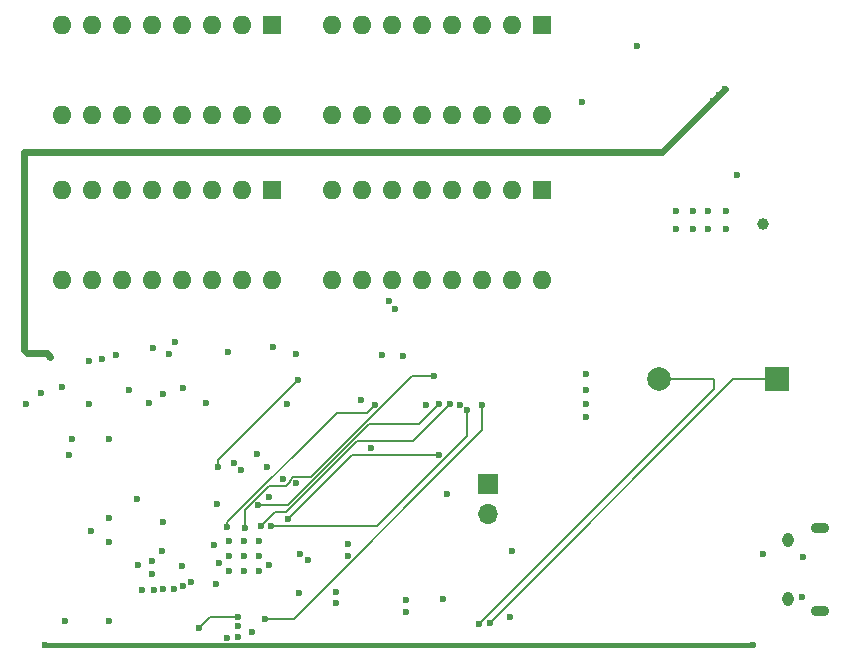
<source format=gbr>
%TF.GenerationSoftware,KiCad,Pcbnew,8.0.0-rc2*%
%TF.CreationDate,2024-02-11T10:59:49-08:00*%
%TF.ProjectId,fluke_884x_continuity_buzzer,666c756b-655f-4383-9834-785f636f6e74,REV1*%
%TF.SameCoordinates,Original*%
%TF.FileFunction,Copper,L3,Inr*%
%TF.FilePolarity,Positive*%
%FSLAX46Y46*%
G04 Gerber Fmt 4.6, Leading zero omitted, Abs format (unit mm)*
G04 Created by KiCad (PCBNEW 8.0.0-rc2) date 2024-02-11 10:59:49*
%MOMM*%
%LPD*%
G01*
G04 APERTURE LIST*
%TA.AperFunction,ComponentPad*%
%ADD10O,1.550000X0.890000*%
%TD*%
%TA.AperFunction,ComponentPad*%
%ADD11O,0.950000X1.250000*%
%TD*%
%TA.AperFunction,ComponentPad*%
%ADD12R,1.700000X1.700000*%
%TD*%
%TA.AperFunction,ComponentPad*%
%ADD13O,1.700000X1.700000*%
%TD*%
%TA.AperFunction,ComponentPad*%
%ADD14C,0.600000*%
%TD*%
%TA.AperFunction,ComponentPad*%
%ADD15R,2.000000X2.000000*%
%TD*%
%TA.AperFunction,ComponentPad*%
%ADD16C,2.000000*%
%TD*%
%TA.AperFunction,ComponentPad*%
%ADD17R,1.600000X1.600000*%
%TD*%
%TA.AperFunction,ComponentPad*%
%ADD18O,1.600000X1.600000*%
%TD*%
%TA.AperFunction,ComponentPad*%
%ADD19C,1.000000*%
%TD*%
%TA.AperFunction,ViaPad*%
%ADD20C,0.600000*%
%TD*%
%TA.AperFunction,Conductor*%
%ADD21C,0.150000*%
%TD*%
%TA.AperFunction,Conductor*%
%ADD22C,0.600000*%
%TD*%
%TA.AperFunction,Conductor*%
%ADD23C,0.400000*%
%TD*%
G04 APERTURE END LIST*
D10*
%TO.N,GND*%
%TO.C,J3*%
X69253600Y-55937500D03*
D11*
X66553600Y-54937500D03*
X66553600Y-49937500D03*
D10*
X69253600Y-48937500D03*
%TD*%
D12*
%TO.N,/~{USB_BOOT}*%
%TO.C,J2*%
X41123600Y-45225000D03*
D13*
%TO.N,GND*%
X41123600Y-47765000D03*
%TD*%
D14*
%TO.N,GND*%
%TO.C,U3*%
X21737400Y-50040400D03*
X20462400Y-50040400D03*
X19187400Y-50040400D03*
X21737400Y-51315400D03*
X20462400Y-51315400D03*
X19187400Y-51315400D03*
X21737400Y-52590400D03*
X20462400Y-52590400D03*
X19187400Y-52590400D03*
%TD*%
D15*
%TO.N,/GPIO28_ADC2*%
%TO.C,LS1*%
X65640000Y-36300000D03*
D16*
%TO.N,/GPIO29_ADC3*%
X55640000Y-36300000D03*
%TD*%
D17*
%TO.N,/PDP*%
%TO.C,P204*%
X22860000Y-6350000D03*
D18*
%TO.N,/PS1*%
X20320000Y-6350000D03*
%TO.N,/Pd*%
X17780000Y-6350000D03*
%TO.N,/Pe*%
X15240000Y-6350000D03*
%TO.N,/Pf*%
X12700000Y-6350000D03*
%TO.N,/Pg*%
X10160000Y-6350000D03*
%TO.N,/PS3*%
X7620000Y-6350000D03*
%TO.N,/PS2*%
X5080000Y-6350000D03*
%TO.N,/Pb*%
X5080000Y-13970000D03*
%TO.N,/Pa*%
X7620000Y-13970000D03*
%TO.N,/Pc*%
X10160000Y-13970000D03*
%TO.N,/G0*%
X12700000Y-13970000D03*
%TO.N,/G1*%
X15240000Y-13970000D03*
%TO.N,/G4*%
X17780000Y-13970000D03*
%TO.N,/G3*%
X20320000Y-13970000D03*
%TO.N,/G2*%
X22860000Y-13970000D03*
%TD*%
D17*
%TO.N,/PDP*%
%TO.C,J204*%
X22860000Y-20320000D03*
D18*
%TO.N,/PS1*%
X20320000Y-20320000D03*
%TO.N,/Pd*%
X17780000Y-20320000D03*
%TO.N,/Pe*%
X15240000Y-20320000D03*
%TO.N,/Pf*%
X12700000Y-20320000D03*
%TO.N,/Pg*%
X10160000Y-20320000D03*
%TO.N,/PS3*%
X7620000Y-20320000D03*
%TO.N,/PS2*%
X5080000Y-20320000D03*
%TO.N,/Pb*%
X5080000Y-27940000D03*
%TO.N,/Pa*%
X7620000Y-27940000D03*
%TO.N,/Pc*%
X10160000Y-27940000D03*
%TO.N,/G0*%
X12700000Y-27940000D03*
%TO.N,/G1*%
X15240000Y-27940000D03*
%TO.N,/G4*%
X17780000Y-27940000D03*
%TO.N,/G3*%
X20320000Y-27940000D03*
%TO.N,/G2*%
X22860000Y-27940000D03*
%TD*%
D17*
%TO.N,/F1*%
%TO.C,J203*%
X45720000Y-20320000D03*
D18*
%TO.N,/F2*%
X43180000Y-20320000D03*
%TO.N,/S2*%
X40640000Y-20320000D03*
%TO.N,/S1*%
X38100000Y-20320000D03*
%TO.N,/S0*%
X35560000Y-20320000D03*
%TO.N,/G5*%
X33020000Y-20320000D03*
%TO.N,/G7*%
X30480000Y-20320000D03*
%TO.N,/G6*%
X27940000Y-20320000D03*
%TO.N,/RL0*%
X27940000Y-27940000D03*
%TO.N,/RL1*%
X30480000Y-27940000D03*
%TO.N,/RL6*%
X33020000Y-27940000D03*
%TO.N,/RL4*%
X35560000Y-27940000D03*
%TO.N,/RL2*%
X38100000Y-27940000D03*
%TO.N,/RL5*%
X40640000Y-27940000D03*
%TO.N,/RL3*%
X43180000Y-27940000D03*
%TO.N,GND*%
X45720000Y-27940000D03*
%TD*%
D19*
%TO.N,GND*%
%TO.C,TP1*%
X64460000Y-23200000D03*
%TD*%
D17*
%TO.N,/F1*%
%TO.C,P203*%
X45720000Y-6350000D03*
D18*
%TO.N,/F2*%
X43180000Y-6350000D03*
%TO.N,/S2*%
X40640000Y-6350000D03*
%TO.N,/S1*%
X38100000Y-6350000D03*
%TO.N,/S0*%
X35560000Y-6350000D03*
%TO.N,/G5*%
X33020000Y-6350000D03*
%TO.N,/G7*%
X30480000Y-6350000D03*
%TO.N,/G6*%
X27940000Y-6350000D03*
%TO.N,/RL0*%
X27940000Y-13970000D03*
%TO.N,/RL1*%
X30480000Y-13970000D03*
%TO.N,/RL6*%
X33020000Y-13970000D03*
%TO.N,/RL4*%
X35560000Y-13970000D03*
%TO.N,/RL2*%
X38100000Y-13970000D03*
%TO.N,/RL5*%
X40640000Y-13970000D03*
%TO.N,/RL3*%
X43180000Y-13970000D03*
%TO.N,GND*%
X45720000Y-13970000D03*
%TD*%
D20*
%TO.N,GND*%
X58460000Y-23600000D03*
X9062400Y-48115400D03*
X62210000Y-19000000D03*
X12680400Y-51696400D03*
X19023600Y-58200000D03*
X9062400Y-41405400D03*
X64404000Y-51137500D03*
X29262000Y-50315400D03*
X57060000Y-23600000D03*
X11462400Y-46489400D03*
X34225000Y-56050000D03*
X12680400Y-52815400D03*
X59760000Y-23600000D03*
X33962000Y-34390400D03*
X37663000Y-46015400D03*
X61260000Y-22100000D03*
X57060000Y-22100000D03*
X28262000Y-55315400D03*
X67754000Y-54777900D03*
X9062400Y-50105400D03*
X58460000Y-22100000D03*
X23823600Y-44800000D03*
X9062400Y-56805400D03*
X5930600Y-41405400D03*
X59760000Y-22100000D03*
X13505900Y-50870900D03*
X28262000Y-54315400D03*
X29262000Y-51315400D03*
X34225000Y-55050000D03*
X61260000Y-23600000D03*
X11473900Y-52077400D03*
X13632900Y-48394400D03*
X31263000Y-42115400D03*
X67854000Y-51340200D03*
X7562400Y-49205400D03*
X5362400Y-56805400D03*
X19603600Y-43450000D03*
%TO.N,+3V3*%
X25140000Y-54400000D03*
X37360000Y-54950000D03*
X17944800Y-50378800D03*
X17235000Y-38300000D03*
X7360000Y-38400000D03*
X12460000Y-38300000D03*
X19160000Y-34000000D03*
X32210000Y-34250000D03*
X24860000Y-34200000D03*
X14160000Y-34200000D03*
X49460000Y-39500000D03*
X24160000Y-38400000D03*
X25920400Y-51665400D03*
X21590000Y-42650000D03*
X2060000Y-38400000D03*
X49460000Y-35900000D03*
X8460000Y-34600000D03*
X20240000Y-44050000D03*
X18097100Y-53680800D03*
X30360000Y-38100000D03*
X49460000Y-37200000D03*
X24890000Y-45150000D03*
X49460000Y-38400000D03*
%TO.N,+1V1*%
X22562400Y-52015400D03*
X25262400Y-51115400D03*
X18362400Y-51915400D03*
X15262400Y-52115400D03*
%TO.N,/QSPI_SS*%
X24199500Y-48149800D03*
X36992000Y-42755500D03*
%TO.N,/RL0*%
X33240000Y-30350000D03*
%TO.N,/RL1*%
X32740000Y-29700000D03*
%TO.N,G0_3V*%
X19953600Y-57250000D03*
X12787400Y-33726900D03*
%TO.N,G1_3V*%
X15297100Y-37059800D03*
X19953600Y-58150000D03*
%TO.N,G2_3V*%
X18179600Y-46904800D03*
X22911000Y-33620400D03*
%TO.N,G6_3V*%
X18262400Y-43721600D03*
X25081400Y-36376900D03*
%TO.N,PA_3V*%
X7349100Y-34783000D03*
X14523600Y-54100000D03*
%TO.N,PB_3V*%
X5116900Y-36986400D03*
X12823600Y-54200000D03*
%TO.N,PC_3V*%
X10716000Y-37207400D03*
X16023600Y-53500000D03*
%TO.N,PE_3V*%
X14612600Y-33193200D03*
X21190000Y-57700000D03*
%TO.N,PG_3V*%
X15352700Y-53835400D03*
X9660000Y-34300000D03*
%TO.N,PS2_3V*%
X11823600Y-54200000D03*
X3292200Y-37515700D03*
%TO.N,PS3_3V*%
X5696500Y-42730800D03*
X13623600Y-54100000D03*
%TO.N,/GPIO26_ADC0*%
X43140000Y-50900000D03*
X42990000Y-56450000D03*
%TO.N,/GPIO29_ADC3*%
X40392000Y-57084700D03*
%TO.N,/GPIO27_ADC1*%
X40665000Y-38477700D03*
X22226900Y-56614500D03*
%TO.N,/GPIO28_ADC2*%
X41280000Y-56939500D03*
%TO.N,RL0_3V*%
X31542000Y-38474200D03*
X19062400Y-48862300D03*
%TO.N,RL1_3V*%
X22451600Y-43757900D03*
X35877000Y-38544700D03*
%TO.N,RL2_3V*%
X37897000Y-38455800D03*
X21884700Y-48771300D03*
%TO.N,RL3_3V*%
X22777300Y-48775700D03*
X39365000Y-38932000D03*
%TO.N,RL4_3V*%
X36991000Y-38463700D03*
X21702700Y-46983800D03*
%TO.N,RL5_3V*%
X38739000Y-38469300D03*
X22591400Y-46269400D03*
%TO.N,RL6_3V*%
X20578500Y-48966200D03*
X36573000Y-36062100D03*
%TO.N,Net-(D1-K)*%
X60190000Y-12800000D03*
X4090000Y-34450000D03*
X61240000Y-11750000D03*
X60740000Y-12250000D03*
%TO.N,/VBUS*%
X63590000Y-58800000D03*
X3640000Y-58800000D03*
%TO.N,+5V*%
X49090000Y-12850000D03*
X53740000Y-8100000D03*
%TO.N,PF_3V*%
X13598600Y-37545500D03*
X19953600Y-56450000D03*
X16637400Y-57395700D03*
%TD*%
D21*
%TO.N,/QSPI_SS*%
X24199500Y-48149800D02*
X29594000Y-42755500D01*
X29594000Y-42755500D02*
X36992000Y-42755500D01*
%TO.N,G6_3V*%
X18262400Y-43721600D02*
X18262400Y-43195900D01*
X18262400Y-43195900D02*
X25081400Y-36376900D01*
%TO.N,/GPIO29_ADC3*%
X60290000Y-37186600D02*
X60290000Y-36300000D01*
X60290000Y-36300000D02*
X55640000Y-36300000D01*
X40392000Y-57084700D02*
X60290000Y-37186600D01*
%TO.N,/GPIO27_ADC1*%
X24720000Y-56614500D02*
X40665000Y-40669500D01*
X40665000Y-40669500D02*
X40665000Y-38477700D01*
X22226900Y-56614500D02*
X24720000Y-56614500D01*
%TO.N,/GPIO28_ADC2*%
X61919000Y-36300000D02*
X65640000Y-36300000D01*
X41280000Y-56939500D02*
X61919000Y-36300000D01*
%TO.N,RL0_3V*%
X31542000Y-38474200D02*
X30859000Y-39156400D01*
X30859000Y-39156400D02*
X28359000Y-39156400D01*
X28359000Y-39156400D02*
X19062400Y-48452600D01*
X19062400Y-48452600D02*
X19062400Y-48862300D01*
%TO.N,RL2_3V*%
X23080000Y-47576000D02*
X24053500Y-47576000D01*
X24053500Y-47576000D02*
X30091000Y-41538400D01*
X30091000Y-41538400D02*
X34815000Y-41538400D01*
X34815000Y-41538400D02*
X37897000Y-38455800D01*
X21884700Y-48771300D02*
X23080000Y-47576000D01*
%TO.N,RL3_3V*%
X39365000Y-41130600D02*
X31720000Y-48775700D01*
X31720000Y-48775700D02*
X22777300Y-48775700D01*
X39365000Y-38932000D02*
X39365000Y-41130600D01*
%TO.N,RL4_3V*%
X36991000Y-38463700D02*
X35311000Y-40143600D01*
X24219000Y-46983800D02*
X21702700Y-46983800D01*
X35311000Y-40143600D02*
X31059000Y-40143600D01*
X31059000Y-40143600D02*
X24219000Y-46983800D01*
%TO.N,RL6_3V*%
X24363300Y-44931900D02*
X24363300Y-45041100D01*
X36573000Y-36062100D02*
X34714000Y-36062100D01*
X24363300Y-45041100D02*
X24036100Y-45368300D01*
X22573400Y-45368300D02*
X20578500Y-47363200D01*
X26152800Y-44623300D02*
X24671900Y-44623300D01*
X24671900Y-44623300D02*
X24363300Y-44931900D01*
X20578500Y-47363200D02*
X20578500Y-48966200D01*
X24036100Y-45368300D02*
X22573400Y-45368300D01*
X34714000Y-36062100D02*
X26152800Y-44623300D01*
D22*
%TO.N,Net-(D1-K)*%
X61240000Y-11750000D02*
X60740000Y-12250000D01*
X60190000Y-12800000D02*
X55890000Y-17100000D01*
X3790000Y-34150000D02*
X4090000Y-34450000D01*
X60740000Y-12250000D02*
X60190000Y-12800000D01*
X1840000Y-17100000D02*
X1840000Y-33850000D01*
X55890000Y-17100000D02*
X1840000Y-17100000D01*
X1840000Y-33850000D02*
X2140000Y-34150000D01*
X2140000Y-34150000D02*
X3790000Y-34150000D01*
D23*
%TO.N,/VBUS*%
X3690000Y-58850000D02*
X63540000Y-58850000D01*
X3640000Y-58800000D02*
X3690000Y-58850000D01*
X63540000Y-58850000D02*
X63590000Y-58800000D01*
D21*
%TO.N,PF_3V*%
X16637400Y-57395700D02*
X17583100Y-56450000D01*
X17583100Y-56450000D02*
X19953600Y-56450000D01*
%TD*%
M02*

</source>
